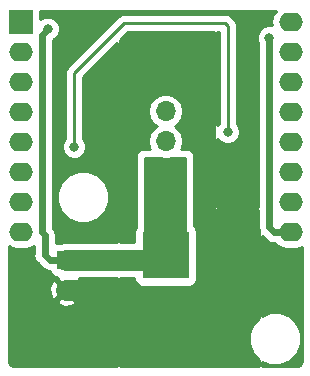
<source format=gbl>
G04 #@! TF.GenerationSoftware,KiCad,Pcbnew,(5.0.0-rc2-dev-158-g52ab6216c)*
G04 #@! TF.CreationDate,2018-07-05T01:48:08+02:00*
G04 #@! TF.ProjectId,7seg-clock,377365672D636C6F636B2E6B69636164,rev?*
G04 #@! TF.SameCoordinates,Original*
G04 #@! TF.FileFunction,Copper,L2,Bot,Signal*
G04 #@! TF.FilePolarity,Positive*
%FSLAX46Y46*%
G04 Gerber Fmt 4.6, Leading zero omitted, Abs format (unit mm)*
G04 Created by KiCad (PCBNEW (5.0.0-rc2-dev-158-g52ab6216c)) date 07/05/18 01:48:08*
%MOMM*%
%LPD*%
G01*
G04 APERTURE LIST*
%ADD10R,1.600000X1.600000*%
%ADD11C,1.600000*%
%ADD12R,4.000000X4.000000*%
%ADD13C,0.100000*%
%ADD14C,4.000000*%
%ADD15R,1.700000X1.700000*%
%ADD16O,1.700000X1.700000*%
%ADD17O,2.000000X1.600000*%
%ADD18R,2.000000X2.000000*%
%ADD19C,0.800000*%
%ADD20C,0.250000*%
%ADD21C,0.600000*%
%ADD22C,1.800000*%
%ADD23C,0.254000*%
G04 APERTURE END LIST*
D10*
X134100000Y-124600000D03*
D11*
X134100000Y-127100000D03*
D12*
X142500000Y-124200000D03*
D13*
G36*
X143598017Y-128204815D02*
X143695090Y-128219215D01*
X143790285Y-128243060D01*
X143882683Y-128276120D01*
X143971397Y-128318079D01*
X144055570Y-128368530D01*
X144134393Y-128426990D01*
X144207107Y-128492893D01*
X144273010Y-128565607D01*
X144331470Y-128644430D01*
X144381921Y-128728603D01*
X144423880Y-128817317D01*
X144456940Y-128909715D01*
X144480785Y-129004910D01*
X144495185Y-129101983D01*
X144500000Y-129200000D01*
X144500000Y-131200000D01*
X144495185Y-131298017D01*
X144480785Y-131395090D01*
X144456940Y-131490285D01*
X144423880Y-131582683D01*
X144381921Y-131671397D01*
X144331470Y-131755570D01*
X144273010Y-131834393D01*
X144207107Y-131907107D01*
X144134393Y-131973010D01*
X144055570Y-132031470D01*
X143971397Y-132081921D01*
X143882683Y-132123880D01*
X143790285Y-132156940D01*
X143695090Y-132180785D01*
X143598017Y-132195185D01*
X143500000Y-132200000D01*
X141500000Y-132200000D01*
X141401983Y-132195185D01*
X141304910Y-132180785D01*
X141209715Y-132156940D01*
X141117317Y-132123880D01*
X141028603Y-132081921D01*
X140944430Y-132031470D01*
X140865607Y-131973010D01*
X140792893Y-131907107D01*
X140726990Y-131834393D01*
X140668530Y-131755570D01*
X140618079Y-131671397D01*
X140576120Y-131582683D01*
X140543060Y-131490285D01*
X140519215Y-131395090D01*
X140504815Y-131298017D01*
X140500000Y-131200000D01*
X140500000Y-129200000D01*
X140504815Y-129101983D01*
X140519215Y-129004910D01*
X140543060Y-128909715D01*
X140576120Y-128817317D01*
X140618079Y-128728603D01*
X140668530Y-128644430D01*
X140726990Y-128565607D01*
X140792893Y-128492893D01*
X140865607Y-128426990D01*
X140944430Y-128368530D01*
X141028603Y-128318079D01*
X141117317Y-128276120D01*
X141209715Y-128243060D01*
X141304910Y-128219215D01*
X141401983Y-128204815D01*
X141500000Y-128200000D01*
X143500000Y-128200000D01*
X143598017Y-128204815D01*
X143598017Y-128204815D01*
G37*
D14*
X142500000Y-130200000D03*
D13*
G36*
X148298017Y-125204815D02*
X148395090Y-125219215D01*
X148490285Y-125243060D01*
X148582683Y-125276120D01*
X148671397Y-125318079D01*
X148755570Y-125368530D01*
X148834393Y-125426990D01*
X148907107Y-125492893D01*
X148973010Y-125565607D01*
X149031470Y-125644430D01*
X149081921Y-125728603D01*
X149123880Y-125817317D01*
X149156940Y-125909715D01*
X149180785Y-126004910D01*
X149195185Y-126101983D01*
X149200000Y-126200000D01*
X149200000Y-128200000D01*
X149195185Y-128298017D01*
X149180785Y-128395090D01*
X149156940Y-128490285D01*
X149123880Y-128582683D01*
X149081921Y-128671397D01*
X149031470Y-128755570D01*
X148973010Y-128834393D01*
X148907107Y-128907107D01*
X148834393Y-128973010D01*
X148755570Y-129031470D01*
X148671397Y-129081921D01*
X148582683Y-129123880D01*
X148490285Y-129156940D01*
X148395090Y-129180785D01*
X148298017Y-129195185D01*
X148200000Y-129200000D01*
X146200000Y-129200000D01*
X146101983Y-129195185D01*
X146004910Y-129180785D01*
X145909715Y-129156940D01*
X145817317Y-129123880D01*
X145728603Y-129081921D01*
X145644430Y-129031470D01*
X145565607Y-128973010D01*
X145492893Y-128907107D01*
X145426990Y-128834393D01*
X145368530Y-128755570D01*
X145318079Y-128671397D01*
X145276120Y-128582683D01*
X145243060Y-128490285D01*
X145219215Y-128395090D01*
X145204815Y-128298017D01*
X145200000Y-128200000D01*
X145200000Y-126200000D01*
X145204815Y-126101983D01*
X145219215Y-126004910D01*
X145243060Y-125909715D01*
X145276120Y-125817317D01*
X145318079Y-125728603D01*
X145368530Y-125644430D01*
X145426990Y-125565607D01*
X145492893Y-125492893D01*
X145565607Y-125426990D01*
X145644430Y-125368530D01*
X145728603Y-125318079D01*
X145817317Y-125276120D01*
X145909715Y-125243060D01*
X146004910Y-125219215D01*
X146101983Y-125204815D01*
X146200000Y-125200000D01*
X148200000Y-125200000D01*
X148298017Y-125204815D01*
X148298017Y-125204815D01*
G37*
D14*
X147200000Y-127200000D03*
D15*
X142500000Y-119600000D03*
D16*
X142500000Y-117060000D03*
X142500000Y-114520000D03*
X142500000Y-111980000D03*
X142500000Y-109440000D03*
X142500000Y-106900000D03*
D17*
X130215001Y-107010001D03*
D18*
X130215001Y-104470001D03*
D17*
X130215001Y-109550001D03*
X130215001Y-112090001D03*
X130215001Y-114630001D03*
X130215001Y-117170001D03*
X130215001Y-119710001D03*
X130215001Y-122250001D03*
X153075001Y-122250001D03*
X153075001Y-119710001D03*
X153075001Y-117170001D03*
X153075001Y-114630001D03*
X153075001Y-112090001D03*
X153075001Y-109550001D03*
X153075001Y-107010001D03*
X153075001Y-104470001D03*
D19*
X134750000Y-115000000D03*
X147750000Y-113750000D03*
X132500000Y-105000000D03*
X151250000Y-105750000D03*
D20*
X134750000Y-108750000D02*
X134750000Y-115000000D01*
X139000000Y-104500000D02*
X134750000Y-108750000D01*
X147500000Y-104500000D02*
X139000000Y-104500000D01*
X147750000Y-104750000D02*
X147500000Y-104500000D01*
X147750000Y-113750000D02*
X147750000Y-104750000D01*
D21*
X132000000Y-105500000D02*
X132000000Y-122250000D01*
X132500000Y-105000000D02*
X132000000Y-105500000D01*
X132000000Y-122250000D02*
X132250000Y-122500000D01*
X132250000Y-122500000D02*
X132250000Y-124150000D01*
X132250000Y-124150000D02*
X132700000Y-124600000D01*
X132700000Y-124600000D02*
X134100000Y-124600000D01*
X151675001Y-122250001D02*
X153075001Y-122250001D01*
X151250000Y-105750000D02*
X151250000Y-121825000D01*
X151250000Y-121825000D02*
X151675001Y-122250001D01*
D22*
X137400000Y-124600000D02*
X134100000Y-124600000D01*
X137400000Y-124600000D02*
X141900000Y-124600000D01*
D21*
X150500000Y-125750000D02*
X151750000Y-125750000D01*
X147200000Y-127200000D02*
X149050000Y-127200000D01*
X149050000Y-127200000D02*
X150500000Y-125750000D01*
D22*
X134100000Y-127100000D02*
X137400000Y-127100000D01*
X137400000Y-127100000D02*
X140550000Y-130250000D01*
D23*
G36*
X142354529Y-115997000D02*
X142645471Y-115997000D01*
X142997383Y-115927000D01*
X144173000Y-115927000D01*
X144173000Y-125873000D01*
X140727000Y-125873000D01*
X140727000Y-115927000D01*
X142002617Y-115927000D01*
X142354529Y-115997000D01*
X142354529Y-115997000D01*
G37*
X142354529Y-115997000D02*
X142645471Y-115997000D01*
X142997383Y-115927000D01*
X144173000Y-115927000D01*
X144173000Y-125873000D01*
X140727000Y-125873000D01*
X140727000Y-115927000D01*
X142002617Y-115927000D01*
X142354529Y-115997000D01*
G36*
X146623000Y-120250000D02*
X146632667Y-120298601D01*
X146660197Y-120339803D01*
X146701399Y-120367333D01*
X146750000Y-120377000D01*
X150323001Y-120377000D01*
X150323001Y-121733695D01*
X150304839Y-121825000D01*
X150373000Y-122167664D01*
X150373000Y-129477546D01*
X149862040Y-129988506D01*
X149523000Y-130807022D01*
X149523000Y-131692978D01*
X149862040Y-132511494D01*
X150373000Y-133022454D01*
X150373000Y-133523000D01*
X138627000Y-133523000D01*
X138627000Y-126127000D01*
X139860717Y-126127000D01*
X139860717Y-126200000D01*
X139909380Y-126444643D01*
X140047959Y-126652041D01*
X140255357Y-126790620D01*
X140500000Y-126839283D01*
X144500000Y-126839283D01*
X144744643Y-126790620D01*
X144952041Y-126652041D01*
X145090620Y-126444643D01*
X145139283Y-126200000D01*
X145139283Y-122200000D01*
X145090620Y-121955357D01*
X144952041Y-121747959D01*
X144927000Y-121731227D01*
X144927000Y-115800000D01*
X144879272Y-115560057D01*
X144743356Y-115356644D01*
X144539943Y-115220728D01*
X144300000Y-115173000D01*
X143840052Y-115173000D01*
X143891303Y-115096297D01*
X144005936Y-114520000D01*
X143891303Y-113943703D01*
X143564858Y-113455142D01*
X143257840Y-113250000D01*
X143564858Y-113044858D01*
X143891303Y-112556297D01*
X144005936Y-111980000D01*
X143891303Y-111403703D01*
X143564858Y-110915142D01*
X143076297Y-110588697D01*
X142645471Y-110503000D01*
X142354529Y-110503000D01*
X141923703Y-110588697D01*
X141435142Y-110915142D01*
X141108697Y-111403703D01*
X140994064Y-111980000D01*
X141108697Y-112556297D01*
X141435142Y-113044858D01*
X141742160Y-113250000D01*
X141435142Y-113455142D01*
X141108697Y-113943703D01*
X140994064Y-114520000D01*
X141108697Y-115096297D01*
X141159948Y-115173000D01*
X140600000Y-115173000D01*
X140360057Y-115220728D01*
X140156644Y-115356644D01*
X140020728Y-115560057D01*
X139973000Y-115800000D01*
X139973000Y-121860143D01*
X139909380Y-121955357D01*
X139860717Y-122200000D01*
X139860717Y-123073000D01*
X138627000Y-123073000D01*
X138627000Y-105936489D01*
X139311489Y-105252000D01*
X146623000Y-105252000D01*
X146623000Y-120250000D01*
X146623000Y-120250000D01*
G37*
X146623000Y-120250000D02*
X146632667Y-120298601D01*
X146660197Y-120339803D01*
X146701399Y-120367333D01*
X146750000Y-120377000D01*
X150323001Y-120377000D01*
X150323001Y-121733695D01*
X150304839Y-121825000D01*
X150373000Y-122167664D01*
X150373000Y-129477546D01*
X149862040Y-129988506D01*
X149523000Y-130807022D01*
X149523000Y-131692978D01*
X149862040Y-132511494D01*
X150373000Y-133022454D01*
X150373000Y-133523000D01*
X138627000Y-133523000D01*
X138627000Y-126127000D01*
X139860717Y-126127000D01*
X139860717Y-126200000D01*
X139909380Y-126444643D01*
X140047959Y-126652041D01*
X140255357Y-126790620D01*
X140500000Y-126839283D01*
X144500000Y-126839283D01*
X144744643Y-126790620D01*
X144952041Y-126652041D01*
X145090620Y-126444643D01*
X145139283Y-126200000D01*
X145139283Y-122200000D01*
X145090620Y-121955357D01*
X144952041Y-121747959D01*
X144927000Y-121731227D01*
X144927000Y-115800000D01*
X144879272Y-115560057D01*
X144743356Y-115356644D01*
X144539943Y-115220728D01*
X144300000Y-115173000D01*
X143840052Y-115173000D01*
X143891303Y-115096297D01*
X144005936Y-114520000D01*
X143891303Y-113943703D01*
X143564858Y-113455142D01*
X143257840Y-113250000D01*
X143564858Y-113044858D01*
X143891303Y-112556297D01*
X144005936Y-111980000D01*
X143891303Y-111403703D01*
X143564858Y-110915142D01*
X143076297Y-110588697D01*
X142645471Y-110503000D01*
X142354529Y-110503000D01*
X141923703Y-110588697D01*
X141435142Y-110915142D01*
X141108697Y-111403703D01*
X140994064Y-111980000D01*
X141108697Y-112556297D01*
X141435142Y-113044858D01*
X141742160Y-113250000D01*
X141435142Y-113455142D01*
X141108697Y-113943703D01*
X140994064Y-114520000D01*
X141108697Y-115096297D01*
X141159948Y-115173000D01*
X140600000Y-115173000D01*
X140360057Y-115220728D01*
X140156644Y-115356644D01*
X140020728Y-115560057D01*
X139973000Y-115800000D01*
X139973000Y-121860143D01*
X139909380Y-121955357D01*
X139860717Y-122200000D01*
X139860717Y-123073000D01*
X138627000Y-123073000D01*
X138627000Y-105936489D01*
X139311489Y-105252000D01*
X146623000Y-105252000D01*
X146623000Y-120250000D01*
G36*
X131323001Y-124058695D02*
X131304839Y-124150000D01*
X131376786Y-124511697D01*
X131581671Y-124818330D01*
X131659074Y-124870049D01*
X131979949Y-125190924D01*
X132031670Y-125268330D01*
X132338303Y-125473215D01*
X132608698Y-125527000D01*
X132608699Y-125527000D01*
X132689163Y-125543006D01*
X132709380Y-125644643D01*
X132847959Y-125852041D01*
X133055357Y-125990620D01*
X133288506Y-126036997D01*
X133271861Y-126092255D01*
X134100000Y-126920395D01*
X134114142Y-126906252D01*
X134293748Y-127085858D01*
X134279605Y-127100000D01*
X135107745Y-127928139D01*
X135353864Y-127854005D01*
X135546965Y-127316777D01*
X135519778Y-126746546D01*
X135353864Y-126345995D01*
X135107747Y-126271861D01*
X135222622Y-126156986D01*
X135192636Y-126127000D01*
X138373000Y-126127000D01*
X138373000Y-133523000D01*
X129571603Y-133523000D01*
X129400978Y-133489061D01*
X129317031Y-133432969D01*
X129260939Y-133349022D01*
X129227000Y-133178397D01*
X129227000Y-128107745D01*
X133271861Y-128107745D01*
X133345995Y-128353864D01*
X133883223Y-128546965D01*
X134453454Y-128519778D01*
X134854005Y-128353864D01*
X134928139Y-128107745D01*
X134100000Y-127279605D01*
X133271861Y-128107745D01*
X129227000Y-128107745D01*
X129227000Y-126883223D01*
X132653035Y-126883223D01*
X132680222Y-127453454D01*
X132846136Y-127854005D01*
X133092255Y-127928139D01*
X133920395Y-127100000D01*
X133092255Y-126271861D01*
X132846136Y-126345995D01*
X132653035Y-126883223D01*
X129227000Y-126883223D01*
X129227000Y-123439713D01*
X129458213Y-123594205D01*
X129874457Y-123677001D01*
X130555545Y-123677001D01*
X130971789Y-123594205D01*
X131323001Y-123359532D01*
X131323001Y-124058695D01*
X131323001Y-124058695D01*
G37*
X131323001Y-124058695D02*
X131304839Y-124150000D01*
X131376786Y-124511697D01*
X131581671Y-124818330D01*
X131659074Y-124870049D01*
X131979949Y-125190924D01*
X132031670Y-125268330D01*
X132338303Y-125473215D01*
X132608698Y-125527000D01*
X132608699Y-125527000D01*
X132689163Y-125543006D01*
X132709380Y-125644643D01*
X132847959Y-125852041D01*
X133055357Y-125990620D01*
X133288506Y-126036997D01*
X133271861Y-126092255D01*
X134100000Y-126920395D01*
X134114142Y-126906252D01*
X134293748Y-127085858D01*
X134279605Y-127100000D01*
X135107745Y-127928139D01*
X135353864Y-127854005D01*
X135546965Y-127316777D01*
X135519778Y-126746546D01*
X135353864Y-126345995D01*
X135107747Y-126271861D01*
X135222622Y-126156986D01*
X135192636Y-126127000D01*
X138373000Y-126127000D01*
X138373000Y-133523000D01*
X129571603Y-133523000D01*
X129400978Y-133489061D01*
X129317031Y-133432969D01*
X129260939Y-133349022D01*
X129227000Y-133178397D01*
X129227000Y-128107745D01*
X133271861Y-128107745D01*
X133345995Y-128353864D01*
X133883223Y-128546965D01*
X134453454Y-128519778D01*
X134854005Y-128353864D01*
X134928139Y-128107745D01*
X134100000Y-127279605D01*
X133271861Y-128107745D01*
X129227000Y-128107745D01*
X129227000Y-126883223D01*
X132653035Y-126883223D01*
X132680222Y-127453454D01*
X132846136Y-127854005D01*
X133092255Y-127928139D01*
X133920395Y-127100000D01*
X133092255Y-126271861D01*
X132846136Y-126345995D01*
X132653035Y-126883223D01*
X129227000Y-126883223D01*
X129227000Y-123439713D01*
X129458213Y-123594205D01*
X129874457Y-123677001D01*
X130555545Y-123677001D01*
X130971789Y-123594205D01*
X131323001Y-123359532D01*
X131323001Y-124058695D01*
G36*
X150659074Y-122545049D02*
X150954950Y-122840925D01*
X151006671Y-122918331D01*
X151313304Y-123123216D01*
X151583699Y-123177001D01*
X151583700Y-123177001D01*
X151675000Y-123195162D01*
X151766301Y-123177001D01*
X151778165Y-123177001D01*
X151846192Y-123278810D01*
X152318213Y-123594205D01*
X152734457Y-123677001D01*
X153415545Y-123677001D01*
X153831789Y-123594205D01*
X154023000Y-123466441D01*
X154023000Y-133178397D01*
X153989061Y-133349022D01*
X153932969Y-133432969D01*
X153849022Y-133489061D01*
X153678397Y-133523000D01*
X150627000Y-133523000D01*
X150627000Y-133195326D01*
X151307022Y-133477000D01*
X152192978Y-133477000D01*
X153011494Y-133137960D01*
X153637960Y-132511494D01*
X153977000Y-131692978D01*
X153977000Y-130807022D01*
X153637960Y-129988506D01*
X153011494Y-129362040D01*
X152192978Y-129023000D01*
X151307022Y-129023000D01*
X150627000Y-129304674D01*
X150627000Y-122523618D01*
X150659074Y-122545049D01*
X150659074Y-122545049D01*
G37*
X150659074Y-122545049D02*
X150954950Y-122840925D01*
X151006671Y-122918331D01*
X151313304Y-123123216D01*
X151583699Y-123177001D01*
X151583700Y-123177001D01*
X151675000Y-123195162D01*
X151766301Y-123177001D01*
X151778165Y-123177001D01*
X151846192Y-123278810D01*
X152318213Y-123594205D01*
X152734457Y-123677001D01*
X153415545Y-123677001D01*
X153831789Y-123594205D01*
X154023000Y-123466441D01*
X154023000Y-133178397D01*
X153989061Y-133349022D01*
X153932969Y-133432969D01*
X153849022Y-133489061D01*
X153678397Y-133523000D01*
X150627000Y-133523000D01*
X150627000Y-133195326D01*
X151307022Y-133477000D01*
X152192978Y-133477000D01*
X153011494Y-133137960D01*
X153637960Y-132511494D01*
X153977000Y-131692978D01*
X153977000Y-130807022D01*
X153637960Y-129988506D01*
X153011494Y-129362040D01*
X152192978Y-129023000D01*
X151307022Y-129023000D01*
X150627000Y-129304674D01*
X150627000Y-122523618D01*
X150659074Y-122545049D01*
G36*
X151530797Y-103913213D02*
X151420045Y-104470001D01*
X151471814Y-104730262D01*
X151454283Y-104723000D01*
X151045717Y-104723000D01*
X150668251Y-104879352D01*
X150379352Y-105168251D01*
X150223000Y-105545717D01*
X150223000Y-105954283D01*
X150323000Y-106195704D01*
X150323001Y-120123000D01*
X146877000Y-120123000D01*
X146877000Y-114326071D01*
X146879352Y-114331749D01*
X147168251Y-114620648D01*
X147545717Y-114777000D01*
X147954283Y-114777000D01*
X148331749Y-114620648D01*
X148620648Y-114331749D01*
X148777000Y-113954283D01*
X148777000Y-113545717D01*
X148620648Y-113168251D01*
X148502000Y-113049603D01*
X148502000Y-104824057D01*
X148516731Y-104749999D01*
X148502000Y-104675942D01*
X148502000Y-104675937D01*
X148458368Y-104456584D01*
X148292161Y-104207839D01*
X148229373Y-104165885D01*
X148084116Y-104020629D01*
X148042161Y-103957839D01*
X147793416Y-103791632D01*
X147574063Y-103748000D01*
X147574059Y-103748000D01*
X147500000Y-103733269D01*
X147425941Y-103748000D01*
X139074059Y-103748000D01*
X139000000Y-103733269D01*
X138925941Y-103748000D01*
X138925937Y-103748000D01*
X138706584Y-103791632D01*
X138520626Y-103915885D01*
X138520623Y-103915888D01*
X138457839Y-103957839D01*
X138415887Y-104020624D01*
X134270629Y-108165884D01*
X134207839Y-108207839D01*
X134041632Y-108456585D01*
X133998000Y-108675938D01*
X133998000Y-108675941D01*
X133983269Y-108750000D01*
X133998000Y-108824059D01*
X133998001Y-114299602D01*
X133879352Y-114418251D01*
X133723000Y-114795717D01*
X133723000Y-115204283D01*
X133879352Y-115581749D01*
X134168251Y-115870648D01*
X134545717Y-116027000D01*
X134954283Y-116027000D01*
X135331749Y-115870648D01*
X135620648Y-115581749D01*
X135777000Y-115204283D01*
X135777000Y-114795717D01*
X135620648Y-114418251D01*
X135502000Y-114299603D01*
X135502000Y-109061487D01*
X138373000Y-106190488D01*
X138373000Y-123073000D01*
X133949607Y-123073000D01*
X133508623Y-123160717D01*
X133300000Y-123160717D01*
X133177000Y-123185183D01*
X133177000Y-122591300D01*
X133195161Y-122499999D01*
X133145433Y-122250001D01*
X133123215Y-122138303D01*
X132927000Y-121844646D01*
X132927000Y-118807022D01*
X133273000Y-118807022D01*
X133273000Y-119692978D01*
X133612040Y-120511494D01*
X134238506Y-121137960D01*
X135057022Y-121477000D01*
X135942978Y-121477000D01*
X136761494Y-121137960D01*
X137387960Y-120511494D01*
X137727000Y-119692978D01*
X137727000Y-118807022D01*
X137387960Y-117988506D01*
X136761494Y-117362040D01*
X135942978Y-117023000D01*
X135057022Y-117023000D01*
X134238506Y-117362040D01*
X133612040Y-117988506D01*
X133273000Y-118807022D01*
X132927000Y-118807022D01*
X132927000Y-105934747D01*
X133081749Y-105870648D01*
X133370648Y-105581749D01*
X133527000Y-105204283D01*
X133527000Y-104795717D01*
X133370648Y-104418251D01*
X133081749Y-104129352D01*
X132704283Y-103973000D01*
X132295717Y-103973000D01*
X131918251Y-104129352D01*
X131854284Y-104193319D01*
X131854284Y-103477000D01*
X151822266Y-103477000D01*
X151530797Y-103913213D01*
X151530797Y-103913213D01*
G37*
X151530797Y-103913213D02*
X151420045Y-104470001D01*
X151471814Y-104730262D01*
X151454283Y-104723000D01*
X151045717Y-104723000D01*
X150668251Y-104879352D01*
X150379352Y-105168251D01*
X150223000Y-105545717D01*
X150223000Y-105954283D01*
X150323000Y-106195704D01*
X150323001Y-120123000D01*
X146877000Y-120123000D01*
X146877000Y-114326071D01*
X146879352Y-114331749D01*
X147168251Y-114620648D01*
X147545717Y-114777000D01*
X147954283Y-114777000D01*
X148331749Y-114620648D01*
X148620648Y-114331749D01*
X148777000Y-113954283D01*
X148777000Y-113545717D01*
X148620648Y-113168251D01*
X148502000Y-113049603D01*
X148502000Y-104824057D01*
X148516731Y-104749999D01*
X148502000Y-104675942D01*
X148502000Y-104675937D01*
X148458368Y-104456584D01*
X148292161Y-104207839D01*
X148229373Y-104165885D01*
X148084116Y-104020629D01*
X148042161Y-103957839D01*
X147793416Y-103791632D01*
X147574063Y-103748000D01*
X147574059Y-103748000D01*
X147500000Y-103733269D01*
X147425941Y-103748000D01*
X139074059Y-103748000D01*
X139000000Y-103733269D01*
X138925941Y-103748000D01*
X138925937Y-103748000D01*
X138706584Y-103791632D01*
X138520626Y-103915885D01*
X138520623Y-103915888D01*
X138457839Y-103957839D01*
X138415887Y-104020624D01*
X134270629Y-108165884D01*
X134207839Y-108207839D01*
X134041632Y-108456585D01*
X133998000Y-108675938D01*
X133998000Y-108675941D01*
X133983269Y-108750000D01*
X133998000Y-108824059D01*
X133998001Y-114299602D01*
X133879352Y-114418251D01*
X133723000Y-114795717D01*
X133723000Y-115204283D01*
X133879352Y-115581749D01*
X134168251Y-115870648D01*
X134545717Y-116027000D01*
X134954283Y-116027000D01*
X135331749Y-115870648D01*
X135620648Y-115581749D01*
X135777000Y-115204283D01*
X135777000Y-114795717D01*
X135620648Y-114418251D01*
X135502000Y-114299603D01*
X135502000Y-109061487D01*
X138373000Y-106190488D01*
X138373000Y-123073000D01*
X133949607Y-123073000D01*
X133508623Y-123160717D01*
X133300000Y-123160717D01*
X133177000Y-123185183D01*
X133177000Y-122591300D01*
X133195161Y-122499999D01*
X133145433Y-122250001D01*
X133123215Y-122138303D01*
X132927000Y-121844646D01*
X132927000Y-118807022D01*
X133273000Y-118807022D01*
X133273000Y-119692978D01*
X133612040Y-120511494D01*
X134238506Y-121137960D01*
X135057022Y-121477000D01*
X135942978Y-121477000D01*
X136761494Y-121137960D01*
X137387960Y-120511494D01*
X137727000Y-119692978D01*
X137727000Y-118807022D01*
X137387960Y-117988506D01*
X136761494Y-117362040D01*
X135942978Y-117023000D01*
X135057022Y-117023000D01*
X134238506Y-117362040D01*
X133612040Y-117988506D01*
X133273000Y-118807022D01*
X132927000Y-118807022D01*
X132927000Y-105934747D01*
X133081749Y-105870648D01*
X133370648Y-105581749D01*
X133527000Y-105204283D01*
X133527000Y-104795717D01*
X133370648Y-104418251D01*
X133081749Y-104129352D01*
X132704283Y-103973000D01*
X132295717Y-103973000D01*
X131918251Y-104129352D01*
X131854284Y-104193319D01*
X131854284Y-103477000D01*
X151822266Y-103477000D01*
X151530797Y-103913213D01*
G36*
X153202001Y-119583001D02*
X153222001Y-119583001D01*
X153222001Y-119837001D01*
X153202001Y-119837001D01*
X153202001Y-119857001D01*
X152948001Y-119857001D01*
X152948001Y-119837001D01*
X152928001Y-119837001D01*
X152928001Y-119583001D01*
X152948001Y-119583001D01*
X152948001Y-119563001D01*
X153202001Y-119563001D01*
X153202001Y-119583001D01*
X153202001Y-119583001D01*
G37*
X153202001Y-119583001D02*
X153222001Y-119583001D01*
X153222001Y-119837001D01*
X153202001Y-119837001D01*
X153202001Y-119857001D01*
X152948001Y-119857001D01*
X152948001Y-119837001D01*
X152928001Y-119837001D01*
X152928001Y-119583001D01*
X152948001Y-119583001D01*
X152948001Y-119563001D01*
X153202001Y-119563001D01*
X153202001Y-119583001D01*
G36*
X146998000Y-113049603D02*
X146879352Y-113168251D01*
X146877000Y-113173929D01*
X146877000Y-105252000D01*
X146998001Y-105252000D01*
X146998000Y-113049603D01*
X146998000Y-113049603D01*
G37*
X146998000Y-113049603D02*
X146879352Y-113168251D01*
X146877000Y-113173929D01*
X146877000Y-105252000D01*
X146998001Y-105252000D01*
X146998000Y-113049603D01*
M02*

</source>
